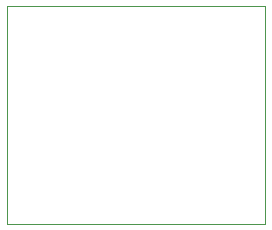
<source format=gbr>
%TF.GenerationSoftware,KiCad,Pcbnew,9.0.7*%
%TF.CreationDate,2026-01-21T13:14:29+02:00*%
%TF.ProjectId,Electronics Assignment 2,456c6563-7472-46f6-9e69-637320417373,rev?*%
%TF.SameCoordinates,Original*%
%TF.FileFunction,Profile,NP*%
%FSLAX46Y46*%
G04 Gerber Fmt 4.6, Leading zero omitted, Abs format (unit mm)*
G04 Created by KiCad (PCBNEW 9.0.7) date 2026-01-21 13:14:29*
%MOMM*%
%LPD*%
G01*
G04 APERTURE LIST*
%TA.AperFunction,Profile*%
%ADD10C,0.050000*%
%TD*%
G04 APERTURE END LIST*
D10*
X131360255Y-100319617D02*
X153237672Y-100319617D01*
X153237672Y-118818541D01*
X131360255Y-118818541D01*
X131360255Y-100319617D01*
M02*

</source>
